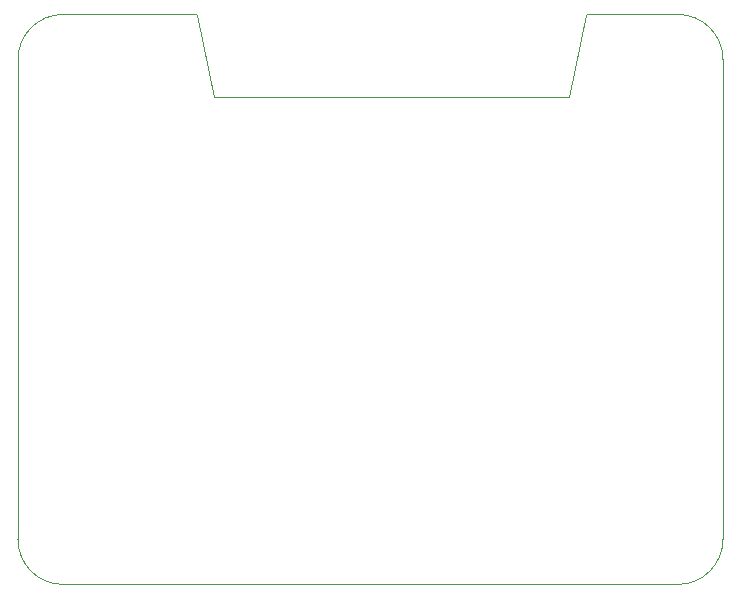
<source format=gbr>
G04 #@! TF.GenerationSoftware,KiCad,Pcbnew,(5.1.4)-1*
G04 #@! TF.CreationDate,2019-11-04T02:00:11+00:00*
G04 #@! TF.ProjectId,light_control,6c696768-745f-4636-9f6e-74726f6c2e6b,rev?*
G04 #@! TF.SameCoordinates,Original*
G04 #@! TF.FileFunction,Profile,NP*
%FSLAX46Y46*%
G04 Gerber Fmt 4.6, Leading zero omitted, Abs format (unit mm)*
G04 Created by KiCad (PCBNEW (5.1.4)-1) date 2019-11-04 02:00:11*
%MOMM*%
%LPD*%
G04 APERTURE LIST*
%ADD10C,0.050000*%
G04 APERTURE END LIST*
D10*
X151025000Y-53975000D02*
X151000000Y-54000000D01*
X158750000Y-53975000D02*
X151025000Y-53975000D01*
X117975000Y-53975000D02*
X118000000Y-54000000D01*
X106680000Y-53975000D02*
X117975000Y-53975000D01*
X149500000Y-61000000D02*
X151000000Y-54000000D01*
X119500000Y-61000000D02*
X149500000Y-61000000D01*
X118000000Y-54000000D02*
X119500000Y-61000000D01*
X162560000Y-98425000D02*
X162560000Y-57785000D01*
X106680000Y-102235000D02*
X158750000Y-102235000D01*
X102870000Y-57785000D02*
X102870000Y-98425000D01*
X106680000Y-102235000D02*
G75*
G02X102870000Y-98425000I0J3810000D01*
G01*
X162560000Y-98425000D02*
G75*
G02X158750000Y-102235000I-3810000J0D01*
G01*
X158750000Y-53975000D02*
G75*
G02X162560000Y-57785000I0J-3810000D01*
G01*
X102870000Y-57785000D02*
G75*
G02X106680000Y-53975000I3810000J0D01*
G01*
M02*

</source>
